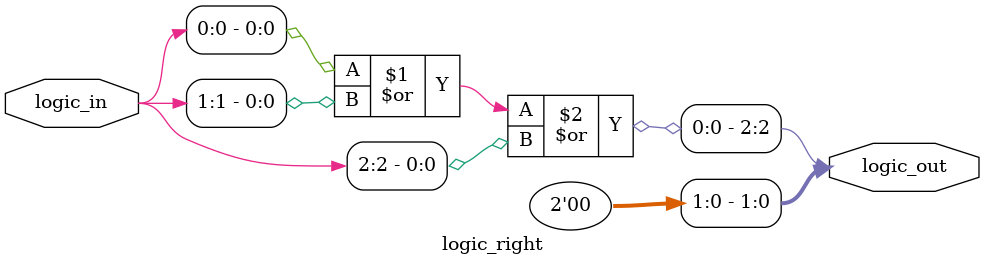
<source format=v>
module logic_right (
	input	[2:0]	logic_in,
	output	[2:0]	logic_out
	);
	
	assign logic_out [2]	= (logic_in [0] | logic_in [1] | logic_in [2]);
	assign logic_out [1:0]	= 0;
endmodule 
</source>
